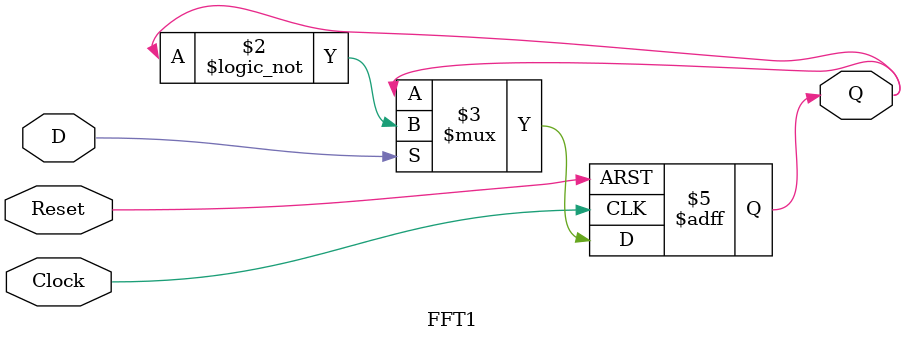
<source format=v>
module FFT1
  (
   input wire D,
   input wire Clock,
   input wire Reset ,
   output reg Q
 );
  always @ ( posedge Clock or posedge Reset )
  begin
	if (Reset)
	begin
    Q <= 1'b0;
   end
	else
	begin
		if (D)
			Q <=  ! Q;
	end
  end
 endmodule
</source>
